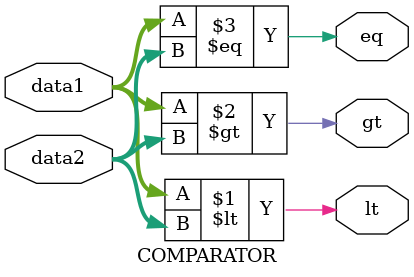
<source format=v>
module COMPARATOR(lt,gt,eq,data1,data2);
  input [15:0] data1,data2;
  output lt,gt,eq;
  
  assign lt = (data1<data2);
  assign gt = (data1>data2);
  assign eq = (data1==data2);
  
endmodule

</source>
